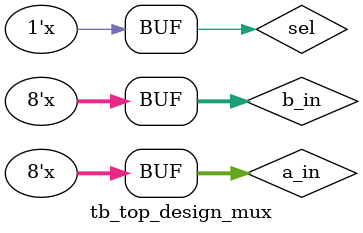
<source format=v>
`timescale 1ns / 1ps

`define N 8
module tb_top_design_mux();

reg [`N-1:0] a_in;
reg [`N-1:0] b_in;
wire [`N-1:0] y_out;
reg sel;

top_design_mux DUT(a_in,b_in,y_out,sel);

always #10 sel = ~sel;
always #10 a_in = a_in + 1;
always #5 b_in = b_in + 1;

initial 
begin
    a_in = 0;
    b_in = 0;
    sel =  0;
end


endmodule

</source>
